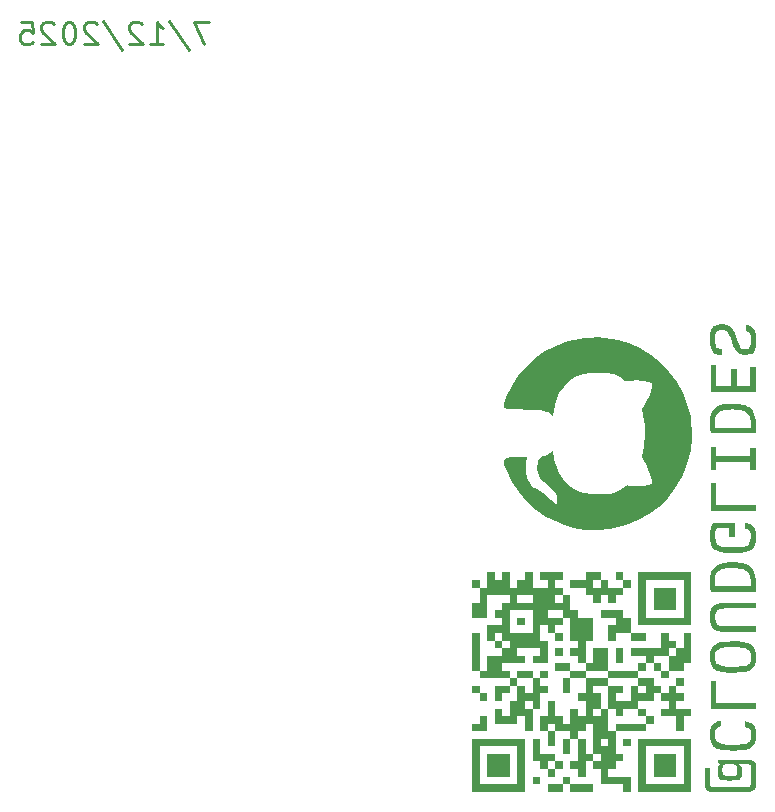
<source format=gbr>
%TF.GenerationSoftware,KiCad,Pcbnew,9.0.5*%
%TF.CreationDate,2025-12-10T21:52:02+05:30*%
%TF.ProjectId,macropad,6d616372-6f70-4616-942e-6b696361645f,rev?*%
%TF.SameCoordinates,Original*%
%TF.FileFunction,Legend,Bot*%
%TF.FilePolarity,Positive*%
%FSLAX46Y46*%
G04 Gerber Fmt 4.6, Leading zero omitted, Abs format (unit mm)*
G04 Created by KiCad (PCBNEW 9.0.5) date 2025-12-10 21:52:02*
%MOMM*%
%LPD*%
G01*
G04 APERTURE LIST*
%ADD10C,0.100000*%
%ADD11C,0.237500*%
%ADD12C,0.000000*%
G04 APERTURE END LIST*
D10*
G36*
X249153543Y-117342692D02*
G01*
X249405612Y-117373654D01*
X249525528Y-117406292D01*
X249621927Y-117451108D01*
X249685668Y-117498619D01*
X249736003Y-117556387D01*
X249800576Y-117702438D01*
X249829556Y-117928651D01*
X249830990Y-118011332D01*
X249830990Y-119153656D01*
X249822291Y-119411863D01*
X249792654Y-119618096D01*
X249759107Y-119728261D01*
X249712644Y-119819813D01*
X249661510Y-119884537D01*
X249598867Y-119937780D01*
X249435870Y-120013574D01*
X249182672Y-120058808D01*
X248828862Y-120072009D01*
X246392540Y-120072009D01*
X246109500Y-120062832D01*
X245889255Y-120029854D01*
X245785362Y-119995720D01*
X245699515Y-119948639D01*
X245639424Y-119896973D01*
X245590434Y-119833592D01*
X245521658Y-119666038D01*
X245483771Y-119399402D01*
X245477362Y-119164891D01*
X245477362Y-118039420D01*
X245891842Y-118039420D01*
X245891842Y-119176127D01*
X245900853Y-119363822D01*
X245932670Y-119497789D01*
X245965017Y-119555085D01*
X246009254Y-119598473D01*
X246129781Y-119648582D01*
X246403775Y-119669009D01*
X248839853Y-119669009D01*
X249078865Y-119658838D01*
X249242392Y-119618908D01*
X249298639Y-119584434D01*
X249341587Y-119537910D01*
X249391811Y-119411195D01*
X249410893Y-119159274D01*
X249410893Y-118011332D01*
X249401894Y-117899830D01*
X249370165Y-117816690D01*
X249334784Y-117776734D01*
X249285419Y-117745808D01*
X249126862Y-117705753D01*
X248823244Y-117692107D01*
X248404368Y-117692107D01*
X248404368Y-117737048D01*
X248533286Y-117861337D01*
X248599487Y-117954668D01*
X248623877Y-118063753D01*
X248627362Y-118235303D01*
X248625366Y-118487782D01*
X248611394Y-118686595D01*
X248573472Y-118837906D01*
X248499623Y-118947882D01*
X248377871Y-119022686D01*
X248196243Y-119068484D01*
X247942760Y-119091442D01*
X247605450Y-119097725D01*
X247203717Y-119087965D01*
X246923358Y-119050915D01*
X246820866Y-119018087D01*
X246740998Y-118973796D01*
X246689312Y-118926609D01*
X246649936Y-118869369D01*
X246600287Y-118714879D01*
X246579740Y-118442788D01*
X246578408Y-118212833D01*
X246579196Y-118162519D01*
X246970418Y-118162519D01*
X246980257Y-118435754D01*
X247003623Y-118532325D01*
X247049125Y-118605606D01*
X247124143Y-118658153D01*
X247236055Y-118692522D01*
X247392240Y-118711269D01*
X247600076Y-118716950D01*
X247848568Y-118708362D01*
X248021984Y-118679505D01*
X248097449Y-118649551D01*
X248152621Y-118609012D01*
X248209952Y-118509159D01*
X248233210Y-118339952D01*
X248235352Y-118162519D01*
X248225250Y-117903553D01*
X248201259Y-117823938D01*
X248154538Y-117770570D01*
X248077512Y-117738199D01*
X247962605Y-117721576D01*
X247588841Y-117714577D01*
X247231315Y-117721576D01*
X247121400Y-117738199D01*
X247047721Y-117770570D01*
X247003030Y-117823938D01*
X246980081Y-117903553D01*
X246970418Y-118162519D01*
X246579196Y-118162519D01*
X246581732Y-118000517D01*
X246605000Y-117879014D01*
X246668156Y-117802665D01*
X246791144Y-117725812D01*
X246791144Y-117686489D01*
X246614617Y-117615812D01*
X246592552Y-117591246D01*
X246589399Y-117557773D01*
X246589399Y-117339420D01*
X248565568Y-117333803D01*
X248823244Y-117333803D01*
X249153543Y-117342692D01*
G37*
G36*
X245907473Y-115197655D02*
G01*
X245915677Y-114966234D01*
X245941838Y-114763016D01*
X245976782Y-114621568D01*
X246025567Y-114496588D01*
X246080513Y-114400332D01*
X246147709Y-114315940D01*
X246311583Y-114187216D01*
X246532962Y-114096008D01*
X246860020Y-114038478D01*
X246860020Y-114514508D01*
X246708400Y-114549774D01*
X246584958Y-114598124D01*
X246506993Y-114646505D01*
X246443864Y-114705615D01*
X246362873Y-114847292D01*
X246321643Y-115051781D01*
X246316092Y-115192037D01*
X246324262Y-115361335D01*
X246350189Y-115509295D01*
X246385262Y-115613373D01*
X246434231Y-115705089D01*
X246491615Y-115778133D01*
X246562166Y-115841958D01*
X246747196Y-115944230D01*
X247020451Y-116019584D01*
X247437623Y-116066012D01*
X247874605Y-116076929D01*
X248259353Y-116068633D01*
X248579319Y-116041828D01*
X248776451Y-116008566D01*
X248943097Y-115962551D01*
X249060171Y-115913600D01*
X249158570Y-115854315D01*
X249232306Y-115791374D01*
X249292603Y-115718980D01*
X249375510Y-115546256D01*
X249417355Y-115311340D01*
X249422128Y-115175184D01*
X249412577Y-114995829D01*
X249376981Y-114850881D01*
X249339683Y-114780075D01*
X249287653Y-114718967D01*
X249144149Y-114628176D01*
X248903906Y-114557902D01*
X248850111Y-114547969D01*
X248850111Y-114072184D01*
X249048599Y-114097769D01*
X249220682Y-114137419D01*
X249348124Y-114183162D01*
X249458281Y-114240362D01*
X249544467Y-114302961D01*
X249617783Y-114375934D01*
X249727001Y-114550818D01*
X249797618Y-114784288D01*
X249829786Y-115111872D01*
X249830990Y-115203272D01*
X249822899Y-115431164D01*
X249797519Y-115634078D01*
X249762315Y-115783787D01*
X249713233Y-115917917D01*
X249656898Y-116025101D01*
X249588079Y-116120873D01*
X249419312Y-116273967D01*
X249192818Y-116392414D01*
X248882301Y-116481356D01*
X248444610Y-116539003D01*
X247863614Y-116558332D01*
X247469258Y-116550153D01*
X247127274Y-116524167D01*
X246893574Y-116489880D01*
X246688820Y-116442230D01*
X246535773Y-116390163D01*
X246401862Y-116326925D01*
X246296645Y-116259692D01*
X246205616Y-116182337D01*
X246068421Y-116004122D01*
X245974658Y-115778537D01*
X245920128Y-115480620D01*
X245907473Y-115197655D01*
G37*
G36*
X245980746Y-113016810D02*
G01*
X245980746Y-110687222D01*
X246423314Y-110687222D01*
X246423314Y-112535163D01*
X249784096Y-112535163D01*
X249784096Y-113016810D01*
X245980746Y-113016810D01*
G37*
G36*
X248250424Y-107316003D02*
G01*
X248591867Y-107341616D01*
X248829550Y-107375852D01*
X249037867Y-107423356D01*
X249194338Y-107475422D01*
X249331167Y-107538552D01*
X249438625Y-107605571D01*
X249531488Y-107682542D01*
X249607186Y-107765765D01*
X249670773Y-107858852D01*
X249765148Y-108080107D01*
X249819214Y-108369569D01*
X249830990Y-108629476D01*
X249822896Y-108849280D01*
X249797498Y-109045697D01*
X249762146Y-109191482D01*
X249712810Y-109322496D01*
X249655966Y-109427791D01*
X249586456Y-109522124D01*
X249415196Y-109673911D01*
X249184417Y-109792052D01*
X248867472Y-109880986D01*
X248421345Y-109938352D01*
X247857752Y-109956692D01*
X247472780Y-109948583D01*
X247137609Y-109923088D01*
X246902682Y-109888847D01*
X246696656Y-109841357D01*
X246541419Y-109789194D01*
X246405617Y-109725970D01*
X246298726Y-109658745D01*
X246206332Y-109581559D01*
X246130875Y-109497984D01*
X246067483Y-109404522D01*
X245973266Y-109182133D01*
X245919246Y-108891008D01*
X245907473Y-108629476D01*
X246338562Y-108629476D01*
X246346687Y-108789403D01*
X246372299Y-108929485D01*
X246407386Y-109029697D01*
X246456319Y-109118021D01*
X246514132Y-109188973D01*
X246585171Y-109250885D01*
X246772839Y-109350454D01*
X247051548Y-109423332D01*
X247478863Y-109466756D01*
X247857752Y-109475045D01*
X248241504Y-109466789D01*
X248561246Y-109440260D01*
X248760516Y-109407066D01*
X248928781Y-109361185D01*
X249046798Y-109312421D01*
X249145687Y-109253439D01*
X249219217Y-109191128D01*
X249278977Y-109119575D01*
X249359424Y-108950208D01*
X249397087Y-108721965D01*
X249399658Y-108629476D01*
X249391536Y-108472125D01*
X249365950Y-108334067D01*
X249330796Y-108234864D01*
X249281755Y-108147304D01*
X249223654Y-108076700D01*
X249152233Y-108015008D01*
X248963069Y-107915397D01*
X248681695Y-107842164D01*
X248250215Y-107798208D01*
X247857752Y-107789525D01*
X247479763Y-107797770D01*
X247164817Y-107824222D01*
X246968002Y-107857391D01*
X246801895Y-107903224D01*
X246685339Y-107951975D01*
X246587757Y-108010928D01*
X246515175Y-108073292D01*
X246456281Y-108144900D01*
X246377162Y-108314805D01*
X246340721Y-108544481D01*
X246338562Y-108629476D01*
X245907473Y-108629476D01*
X245915546Y-108411000D01*
X245940790Y-108215804D01*
X245976086Y-108070074D01*
X246025288Y-107939209D01*
X246082053Y-107833872D01*
X246151398Y-107739599D01*
X246322180Y-107588007D01*
X246552043Y-107470284D01*
X246867421Y-107381973D01*
X247311174Y-107325402D01*
X247857752Y-107307878D01*
X248250424Y-107316003D01*
G37*
G36*
X245923105Y-105250132D02*
G01*
X245931268Y-105002664D01*
X245957146Y-104788554D01*
X245991500Y-104641685D01*
X246039249Y-104513521D01*
X246092667Y-104416224D01*
X246157751Y-104331831D01*
X246315590Y-104205038D01*
X246529005Y-104116217D01*
X246829352Y-104061690D01*
X247178025Y-104046259D01*
X249784096Y-104046259D01*
X249784096Y-104527906D01*
X247194877Y-104527906D01*
X246971540Y-104536199D01*
X246789092Y-104562988D01*
X246679458Y-104596002D01*
X246588650Y-104641602D01*
X246524397Y-104691946D01*
X246472343Y-104753229D01*
X246401982Y-104909568D01*
X246367907Y-105144743D01*
X246365429Y-105250132D01*
X246373713Y-105444439D01*
X246400444Y-105606048D01*
X246434109Y-105706803D01*
X246480796Y-105791634D01*
X246533593Y-105853903D01*
X246598183Y-105905270D01*
X246767096Y-105978304D01*
X247024606Y-106017676D01*
X247200495Y-106022916D01*
X249784096Y-106022916D01*
X249784096Y-106504563D01*
X247172407Y-106504563D01*
X246916771Y-106496425D01*
X246695557Y-106470720D01*
X246542853Y-106436443D01*
X246409661Y-106388854D01*
X246308616Y-106335703D01*
X246220991Y-106271032D01*
X246089813Y-106115290D01*
X245998032Y-105906815D01*
X245940979Y-105616311D01*
X245923105Y-105250132D01*
G37*
G36*
X248167258Y-100630318D02*
G01*
X248472517Y-100655753D01*
X248691445Y-100690373D01*
X248885736Y-100738486D01*
X249036336Y-100792239D01*
X249170192Y-100857581D01*
X249279551Y-100928592D01*
X249376236Y-101010441D01*
X249531196Y-101203131D01*
X249649516Y-101451375D01*
X249737068Y-101783330D01*
X249778478Y-102072533D01*
X249800062Y-102672600D01*
X249777257Y-103130837D01*
X245970000Y-103130837D01*
X245937210Y-102759191D01*
X245923105Y-102358053D01*
X245925497Y-102229159D01*
X246344399Y-102229159D01*
X246354275Y-102485533D01*
X246365429Y-102649434D01*
X249380851Y-102649434D01*
X249380484Y-102406540D01*
X249359818Y-102133993D01*
X249352763Y-102078150D01*
X249317143Y-101871125D01*
X249266940Y-101693565D01*
X249215868Y-101574506D01*
X249152777Y-101471246D01*
X249085156Y-101391669D01*
X249005852Y-101323325D01*
X248811150Y-101218892D01*
X248538880Y-101147167D01*
X248135288Y-101108537D01*
X247881444Y-101103866D01*
X247550575Y-101111853D01*
X247269375Y-101136498D01*
X247073852Y-101169713D01*
X246906852Y-101215292D01*
X246783337Y-101265346D01*
X246678405Y-101325517D01*
X246596877Y-101390342D01*
X246528944Y-101464384D01*
X246429801Y-101640711D01*
X246368688Y-101877437D01*
X246354193Y-101999748D01*
X246344399Y-102229159D01*
X245925497Y-102229159D01*
X245928732Y-102054831D01*
X245952229Y-101786341D01*
X245985599Y-101593533D01*
X246032926Y-101421335D01*
X246086498Y-101287036D01*
X246152184Y-101167144D01*
X246224466Y-101068360D01*
X246308278Y-100980926D01*
X246508891Y-100840155D01*
X246771622Y-100734267D01*
X247126076Y-100661089D01*
X247621135Y-100624678D01*
X247819895Y-100622219D01*
X248167258Y-100630318D01*
G37*
G36*
X245907473Y-98396434D02*
G01*
X245916021Y-98153833D01*
X245944590Y-97933793D01*
X245984015Y-97766200D01*
X246040696Y-97595124D01*
X246176140Y-97287815D01*
X248006741Y-97287815D01*
X248006741Y-98491688D01*
X247564417Y-98491688D01*
X247564417Y-97735757D01*
X246489748Y-97735757D01*
X246426986Y-97882798D01*
X246384801Y-98026421D01*
X246351064Y-98312511D01*
X246349797Y-98396434D01*
X246358173Y-98595349D01*
X246385542Y-98767018D01*
X246420621Y-98879051D01*
X246469740Y-98977342D01*
X246525981Y-99053336D01*
X246595286Y-99119627D01*
X246774550Y-99224000D01*
X247037697Y-99300399D01*
X247439142Y-99347836D01*
X247883398Y-99359727D01*
X248262484Y-99351406D01*
X248576178Y-99324423D01*
X248766825Y-99291223D01*
X248927558Y-99245300D01*
X249040144Y-99196459D01*
X249134579Y-99137283D01*
X249205535Y-99074101D01*
X249263430Y-99001347D01*
X249343448Y-98825616D01*
X249383892Y-98582430D01*
X249388422Y-98441374D01*
X249380194Y-98258288D01*
X249353858Y-98107328D01*
X249320533Y-98013210D01*
X249274450Y-97934792D01*
X249221949Y-97877402D01*
X249157796Y-97830768D01*
X248986875Y-97765570D01*
X248882840Y-97746992D01*
X248882840Y-97282198D01*
X249076406Y-97307122D01*
X249244683Y-97346948D01*
X249365914Y-97392353D01*
X249471334Y-97449912D01*
X249553552Y-97513068D01*
X249623979Y-97587484D01*
X249729912Y-97768679D01*
X249799172Y-98015661D01*
X249830166Y-98367426D01*
X249830990Y-98446992D01*
X249822870Y-98685289D01*
X249797294Y-98897062D01*
X249762113Y-99051479D01*
X249713027Y-99189698D01*
X249656989Y-99299402D01*
X249588505Y-99397379D01*
X249511204Y-99480110D01*
X249421416Y-99553102D01*
X249198260Y-99673060D01*
X248893569Y-99762980D01*
X248465550Y-99821391D01*
X247889016Y-99841374D01*
X247503255Y-99833241D01*
X247167091Y-99807571D01*
X246932498Y-99773226D01*
X246726267Y-99725529D01*
X246570496Y-99673091D01*
X246433731Y-99609445D01*
X246325449Y-99541576D01*
X246231346Y-99463539D01*
X246153814Y-99378756D01*
X246088092Y-99283803D01*
X245988216Y-99057108D01*
X245926884Y-98759497D01*
X245907473Y-98396434D01*
G37*
G36*
X245980746Y-96232442D02*
G01*
X245980746Y-93902854D01*
X246423314Y-93902854D01*
X246423314Y-95750795D01*
X249784096Y-95750795D01*
X249784096Y-96232442D01*
X245980746Y-96232442D01*
G37*
G36*
X245970000Y-92802784D02*
G01*
X245970000Y-90893049D01*
X246412323Y-90893049D01*
X246412323Y-91604284D01*
X249341528Y-91604284D01*
X249341528Y-90926755D01*
X249784096Y-90926755D01*
X249784096Y-92763461D01*
X249341528Y-92763461D01*
X249341528Y-92085931D01*
X246412323Y-92085931D01*
X246412323Y-92802784D01*
X245970000Y-92802784D01*
G37*
G36*
X248167258Y-87202824D02*
G01*
X248472517Y-87228258D01*
X248691445Y-87262879D01*
X248885736Y-87310991D01*
X249036336Y-87364744D01*
X249170192Y-87430087D01*
X249279551Y-87501097D01*
X249376236Y-87582946D01*
X249531196Y-87775636D01*
X249649516Y-88023880D01*
X249737068Y-88355835D01*
X249778478Y-88645038D01*
X249800062Y-89245105D01*
X249777257Y-89703342D01*
X245970000Y-89703342D01*
X245937210Y-89331696D01*
X245923105Y-88930558D01*
X245925497Y-88801664D01*
X246344399Y-88801664D01*
X246354275Y-89058038D01*
X246365429Y-89221939D01*
X249380851Y-89221939D01*
X249380484Y-88979045D01*
X249359818Y-88706499D01*
X249352763Y-88650655D01*
X249317143Y-88443630D01*
X249266940Y-88266070D01*
X249215868Y-88147011D01*
X249152777Y-88043752D01*
X249085156Y-87964174D01*
X249005852Y-87895831D01*
X248811150Y-87791398D01*
X248538880Y-87719673D01*
X248135288Y-87681043D01*
X247881444Y-87676371D01*
X247550575Y-87684358D01*
X247269375Y-87709004D01*
X247073852Y-87742218D01*
X246906852Y-87787797D01*
X246783337Y-87837851D01*
X246678405Y-87898023D01*
X246596877Y-87962847D01*
X246528944Y-88036889D01*
X246429801Y-88213216D01*
X246368688Y-88449942D01*
X246354193Y-88572254D01*
X246344399Y-88801664D01*
X245925497Y-88801664D01*
X245928732Y-88627336D01*
X245952229Y-88358846D01*
X245985599Y-88166038D01*
X246032926Y-87993841D01*
X246086498Y-87859541D01*
X246152184Y-87739649D01*
X246224466Y-87640865D01*
X246308278Y-87553431D01*
X246508891Y-87412660D01*
X246771622Y-87306772D01*
X247126076Y-87233594D01*
X247621135Y-87197183D01*
X247819895Y-87194724D01*
X248167258Y-87202824D01*
G37*
G36*
X245970000Y-86173056D02*
G01*
X245970000Y-83949713D01*
X246406706Y-83949713D01*
X246406706Y-85691409D01*
X247737096Y-85691409D01*
X247737096Y-84274556D01*
X248174047Y-84274556D01*
X248174047Y-85691409D01*
X249347145Y-85691409D01*
X249347145Y-84061821D01*
X249784096Y-84061821D01*
X249784096Y-86173056D01*
X245970000Y-86173056D01*
G37*
G36*
X245923105Y-81774487D02*
G01*
X245931302Y-81469932D01*
X245957422Y-81213519D01*
X245990893Y-81047852D01*
X246037194Y-80906742D01*
X246087510Y-80804771D01*
X246148506Y-80718539D01*
X246215150Y-80651819D01*
X246292021Y-80597048D01*
X246482061Y-80519349D01*
X246749277Y-80479616D01*
X246899344Y-80475359D01*
X247104575Y-80483599D01*
X247282781Y-80510016D01*
X247406301Y-80545230D01*
X247517048Y-80594505D01*
X247608587Y-80652903D01*
X247692233Y-80725032D01*
X247843822Y-80918512D01*
X247994643Y-81216397D01*
X248118604Y-81544898D01*
X248281292Y-81992659D01*
X248428115Y-82297682D01*
X248499093Y-82398948D01*
X248574308Y-82475340D01*
X248643438Y-82522476D01*
X248718992Y-82554806D01*
X248910928Y-82580976D01*
X249034677Y-82572657D01*
X249138366Y-82545681D01*
X249204418Y-82510883D01*
X249260098Y-82462263D01*
X249338893Y-82327781D01*
X249388856Y-82107617D01*
X249405275Y-81785722D01*
X249396599Y-81545751D01*
X249367127Y-81359915D01*
X249334422Y-81265251D01*
X249289365Y-81188986D01*
X249239554Y-81136699D01*
X249178618Y-81095672D01*
X249013443Y-81041761D01*
X248927780Y-81029790D01*
X248927780Y-80548143D01*
X249125896Y-80567352D01*
X249294936Y-80603200D01*
X249406930Y-80644036D01*
X249503575Y-80697680D01*
X249577379Y-80757185D01*
X249640360Y-80828694D01*
X249735781Y-81009671D01*
X249799575Y-81271605D01*
X249829741Y-81672563D01*
X249830990Y-81796957D01*
X249822721Y-82098171D01*
X249796097Y-82351046D01*
X249762538Y-82510632D01*
X249716036Y-82646387D01*
X249665686Y-82743745D01*
X249604543Y-82825846D01*
X249537579Y-82889090D01*
X249460180Y-82940604D01*
X249267438Y-83012163D01*
X248994195Y-83044535D01*
X248916545Y-83045771D01*
X248730741Y-83037511D01*
X248568689Y-83010956D01*
X248455756Y-82975436D01*
X248354062Y-82925623D01*
X248190738Y-82791804D01*
X248046602Y-82589352D01*
X247900623Y-82271327D01*
X247792784Y-81959378D01*
X247673745Y-81614503D01*
X247557787Y-81351687D01*
X247482190Y-81224401D01*
X247401694Y-81123746D01*
X247328410Y-81058018D01*
X247248575Y-81008229D01*
X247069790Y-80952093D01*
X246904961Y-80940153D01*
X246766301Y-80948219D01*
X246651330Y-80973421D01*
X246575262Y-81006848D01*
X246512091Y-81052919D01*
X246425301Y-81175412D01*
X246370911Y-81365889D01*
X246348523Y-81683121D01*
X246348576Y-81763251D01*
X246359206Y-81998689D01*
X246388905Y-82185547D01*
X246422697Y-82289368D01*
X246468814Y-82374441D01*
X246519753Y-82434432D01*
X246581776Y-82482942D01*
X246745891Y-82551246D01*
X246961137Y-82586594D01*
X246961137Y-83073614D01*
X246743687Y-83065413D01*
X246556628Y-83039265D01*
X246430458Y-83004878D01*
X246320741Y-82957036D01*
X246237086Y-82902938D01*
X246164841Y-82836819D01*
X246054831Y-82671318D01*
X245977571Y-82437279D01*
X245932231Y-82091134D01*
X245923105Y-81774487D01*
G37*
D11*
X203502321Y-54865126D02*
X202235654Y-54865126D01*
X202235654Y-54865126D02*
X203049940Y-56765126D01*
X200154702Y-54774650D02*
X201783273Y-57217507D01*
X198526130Y-56765126D02*
X199611845Y-56765126D01*
X199068988Y-56765126D02*
X199068988Y-54865126D01*
X199068988Y-54865126D02*
X199249940Y-55136554D01*
X199249940Y-55136554D02*
X199430892Y-55317507D01*
X199430892Y-55317507D02*
X199611845Y-55407983D01*
X197802321Y-55046078D02*
X197711845Y-54955602D01*
X197711845Y-54955602D02*
X197530892Y-54865126D01*
X197530892Y-54865126D02*
X197078511Y-54865126D01*
X197078511Y-54865126D02*
X196897559Y-54955602D01*
X196897559Y-54955602D02*
X196807083Y-55046078D01*
X196807083Y-55046078D02*
X196716606Y-55227030D01*
X196716606Y-55227030D02*
X196716606Y-55407983D01*
X196716606Y-55407983D02*
X196807083Y-55679411D01*
X196807083Y-55679411D02*
X197892797Y-56765126D01*
X197892797Y-56765126D02*
X196716606Y-56765126D01*
X194545178Y-54774650D02*
X196173749Y-57217507D01*
X194002321Y-55046078D02*
X193911845Y-54955602D01*
X193911845Y-54955602D02*
X193730892Y-54865126D01*
X193730892Y-54865126D02*
X193278511Y-54865126D01*
X193278511Y-54865126D02*
X193097559Y-54955602D01*
X193097559Y-54955602D02*
X193007083Y-55046078D01*
X193007083Y-55046078D02*
X192916606Y-55227030D01*
X192916606Y-55227030D02*
X192916606Y-55407983D01*
X192916606Y-55407983D02*
X193007083Y-55679411D01*
X193007083Y-55679411D02*
X194092797Y-56765126D01*
X194092797Y-56765126D02*
X192916606Y-56765126D01*
X191740416Y-54865126D02*
X191559463Y-54865126D01*
X191559463Y-54865126D02*
X191378511Y-54955602D01*
X191378511Y-54955602D02*
X191288035Y-55046078D01*
X191288035Y-55046078D02*
X191197559Y-55227030D01*
X191197559Y-55227030D02*
X191107082Y-55588935D01*
X191107082Y-55588935D02*
X191107082Y-56041316D01*
X191107082Y-56041316D02*
X191197559Y-56403221D01*
X191197559Y-56403221D02*
X191288035Y-56584173D01*
X191288035Y-56584173D02*
X191378511Y-56674650D01*
X191378511Y-56674650D02*
X191559463Y-56765126D01*
X191559463Y-56765126D02*
X191740416Y-56765126D01*
X191740416Y-56765126D02*
X191921368Y-56674650D01*
X191921368Y-56674650D02*
X192011844Y-56584173D01*
X192011844Y-56584173D02*
X192102321Y-56403221D01*
X192102321Y-56403221D02*
X192192797Y-56041316D01*
X192192797Y-56041316D02*
X192192797Y-55588935D01*
X192192797Y-55588935D02*
X192102321Y-55227030D01*
X192102321Y-55227030D02*
X192011844Y-55046078D01*
X192011844Y-55046078D02*
X191921368Y-54955602D01*
X191921368Y-54955602D02*
X191740416Y-54865126D01*
X190383273Y-55046078D02*
X190292797Y-54955602D01*
X190292797Y-54955602D02*
X190111844Y-54865126D01*
X190111844Y-54865126D02*
X189659463Y-54865126D01*
X189659463Y-54865126D02*
X189478511Y-54955602D01*
X189478511Y-54955602D02*
X189388035Y-55046078D01*
X189388035Y-55046078D02*
X189297558Y-55227030D01*
X189297558Y-55227030D02*
X189297558Y-55407983D01*
X189297558Y-55407983D02*
X189388035Y-55679411D01*
X189388035Y-55679411D02*
X190473749Y-56765126D01*
X190473749Y-56765126D02*
X189297558Y-56765126D01*
X187578511Y-54865126D02*
X188483273Y-54865126D01*
X188483273Y-54865126D02*
X188573749Y-55769888D01*
X188573749Y-55769888D02*
X188483273Y-55679411D01*
X188483273Y-55679411D02*
X188302320Y-55588935D01*
X188302320Y-55588935D02*
X187849939Y-55588935D01*
X187849939Y-55588935D02*
X187668987Y-55679411D01*
X187668987Y-55679411D02*
X187578511Y-55769888D01*
X187578511Y-55769888D02*
X187488034Y-55950840D01*
X187488034Y-55950840D02*
X187488034Y-56403221D01*
X187488034Y-56403221D02*
X187578511Y-56584173D01*
X187578511Y-56584173D02*
X187668987Y-56674650D01*
X187668987Y-56674650D02*
X187849939Y-56765126D01*
X187849939Y-56765126D02*
X188302320Y-56765126D01*
X188302320Y-56765126D02*
X188483273Y-56674650D01*
X188483273Y-56674650D02*
X188573749Y-56584173D01*
D12*
%TO.C,G\u002A\u002A\u002A*%
G36*
X226420000Y-102440000D02*
G01*
X226420000Y-102760000D01*
X226100000Y-102760000D01*
X225780000Y-102760000D01*
X225780000Y-102440000D01*
X225780000Y-102120000D01*
X226100000Y-102120000D01*
X226420000Y-102120000D01*
X226420000Y-102440000D01*
G37*
G36*
X226420000Y-108200000D02*
G01*
X226420000Y-109800000D01*
X226100000Y-109800000D01*
X225780000Y-109800000D01*
X225780000Y-108200000D01*
X225780000Y-106600000D01*
X226100000Y-106600000D01*
X226420000Y-106600000D01*
X226420000Y-108200000D01*
G37*
G36*
X226420000Y-111400000D02*
G01*
X226420000Y-111720000D01*
X226100000Y-111720000D01*
X225780000Y-111720000D01*
X225780000Y-111400000D01*
X225780000Y-111080000D01*
X226100000Y-111080000D01*
X226420000Y-111080000D01*
X226420000Y-111400000D01*
G37*
G36*
X227060000Y-112040000D02*
G01*
X227060000Y-112360000D01*
X226740000Y-112360000D01*
X226420000Y-112360000D01*
X226420000Y-112040000D01*
X226420000Y-111720000D01*
X226740000Y-111720000D01*
X227060000Y-111720000D01*
X227060000Y-112040000D01*
G37*
G36*
X228980000Y-117800000D02*
G01*
X228980000Y-118760000D01*
X228020000Y-118760000D01*
X227060000Y-118760000D01*
X227060000Y-117800000D01*
X227060000Y-116840000D01*
X228020000Y-116840000D01*
X228980000Y-116840000D01*
X228980000Y-117800000D01*
G37*
G36*
X230260000Y-105640000D02*
G01*
X230260000Y-105960000D01*
X229940000Y-105960000D01*
X229620000Y-105960000D01*
X229620000Y-105640000D01*
X229620000Y-105320000D01*
X229940000Y-105320000D01*
X230260000Y-105320000D01*
X230260000Y-105640000D01*
G37*
G36*
X231540000Y-119080000D02*
G01*
X231540000Y-119400000D01*
X231220000Y-119400000D01*
X230900000Y-119400000D01*
X230900000Y-119080000D01*
X230900000Y-118760000D01*
X231220000Y-118760000D01*
X231540000Y-118760000D01*
X231540000Y-119080000D01*
G37*
G36*
X233460000Y-108200000D02*
G01*
X233460000Y-108520000D01*
X233140000Y-108520000D01*
X232820000Y-108520000D01*
X232820000Y-108200000D01*
X232820000Y-107880000D01*
X233140000Y-107880000D01*
X233460000Y-107880000D01*
X233460000Y-108200000D01*
G37*
G36*
X234100000Y-109480000D02*
G01*
X234100000Y-109800000D01*
X233460000Y-109800000D01*
X232820000Y-109800000D01*
X232820000Y-109480000D01*
X232820000Y-109160000D01*
X233460000Y-109160000D01*
X234100000Y-109160000D01*
X234100000Y-109480000D01*
G37*
G36*
X236020000Y-119720000D02*
G01*
X236020000Y-120040000D01*
X235060000Y-120040000D01*
X234100000Y-120040000D01*
X234100000Y-119720000D01*
X234100000Y-119400000D01*
X235060000Y-119400000D01*
X236020000Y-119400000D01*
X236020000Y-119720000D01*
G37*
G36*
X238580000Y-101800000D02*
G01*
X238580000Y-102120000D01*
X238260000Y-102120000D01*
X237940000Y-102120000D01*
X237940000Y-101800000D01*
X237940000Y-101480000D01*
X238260000Y-101480000D01*
X238580000Y-101480000D01*
X238580000Y-101800000D01*
G37*
G36*
X238580000Y-108520000D02*
G01*
X238580000Y-109160000D01*
X238260000Y-109160000D01*
X237940000Y-109160000D01*
X237940000Y-108520000D01*
X237940000Y-107880000D01*
X238260000Y-107880000D01*
X238580000Y-107880000D01*
X238580000Y-108520000D01*
G37*
G36*
X239220000Y-115880000D02*
G01*
X239220000Y-116200000D01*
X238900000Y-116200000D01*
X238580000Y-116200000D01*
X238580000Y-115880000D01*
X238580000Y-115560000D01*
X238900000Y-115560000D01*
X239220000Y-115560000D01*
X239220000Y-115880000D01*
G37*
G36*
X240500000Y-106920000D02*
G01*
X240500000Y-107240000D01*
X239860000Y-107240000D01*
X239220000Y-107240000D01*
X239220000Y-106920000D01*
X239220000Y-106600000D01*
X239860000Y-106600000D01*
X240500000Y-106600000D01*
X240500000Y-106920000D01*
G37*
G36*
X243060000Y-103720000D02*
G01*
X243060000Y-104680000D01*
X242100000Y-104680000D01*
X241140000Y-104680000D01*
X241140000Y-103720000D01*
X241140000Y-102760000D01*
X242100000Y-102760000D01*
X243060000Y-102760000D01*
X243060000Y-103720000D01*
G37*
G36*
X243060000Y-117800000D02*
G01*
X243060000Y-118760000D01*
X242100000Y-118760000D01*
X241140000Y-118760000D01*
X241140000Y-117800000D01*
X241140000Y-116840000D01*
X242100000Y-116840000D01*
X243060000Y-116840000D01*
X243060000Y-117800000D01*
G37*
G36*
X227060000Y-114280000D02*
G01*
X227060000Y-114920000D01*
X226420000Y-114920000D01*
X225780000Y-114920000D01*
X225780000Y-114600000D01*
X225780000Y-114280000D01*
X226100000Y-114280000D01*
X226420000Y-114280000D01*
X226420000Y-113960000D01*
X226420000Y-113640000D01*
X226740000Y-113640000D01*
X227060000Y-113640000D01*
X227060000Y-114280000D01*
G37*
G36*
X234100000Y-119080000D02*
G01*
X234100000Y-119400000D01*
X233780000Y-119400000D01*
X233460000Y-119400000D01*
X233460000Y-119720000D01*
X233460000Y-120040000D01*
X232820000Y-120040000D01*
X232180000Y-120040000D01*
X232180000Y-119720000D01*
X232180000Y-119400000D01*
X232820000Y-119400000D01*
X233460000Y-119400000D01*
X233460000Y-119080000D01*
X233460000Y-118760000D01*
X233780000Y-118760000D01*
X234100000Y-118760000D01*
X234100000Y-119080000D01*
G37*
G36*
X230260000Y-117800000D02*
G01*
X230260000Y-120040000D01*
X228020000Y-120040000D01*
X225780000Y-120040000D01*
X225780000Y-117800000D01*
X226420000Y-117800000D01*
X226420000Y-119400000D01*
X228020000Y-119400000D01*
X229620000Y-119400000D01*
X229620000Y-117800000D01*
X229620000Y-116200000D01*
X228020000Y-116200000D01*
X226420000Y-116200000D01*
X226420000Y-117800000D01*
X225780000Y-117800000D01*
X225780000Y-115560000D01*
X228020000Y-115560000D01*
X230260000Y-115560000D01*
X230260000Y-117800000D01*
G37*
G36*
X244340000Y-103720000D02*
G01*
X244340000Y-105960000D01*
X242100000Y-105960000D01*
X239860000Y-105960000D01*
X239860000Y-103720000D01*
X240500000Y-103720000D01*
X240500000Y-105320000D01*
X242100000Y-105320000D01*
X243700000Y-105320000D01*
X243700000Y-103720000D01*
X243700000Y-102120000D01*
X242100000Y-102120000D01*
X240500000Y-102120000D01*
X240500000Y-103720000D01*
X239860000Y-103720000D01*
X239860000Y-101480000D01*
X242100000Y-101480000D01*
X244340000Y-101480000D01*
X244340000Y-103720000D01*
G37*
G36*
X244340000Y-117800000D02*
G01*
X244340000Y-120040000D01*
X242100000Y-120040000D01*
X239860000Y-120040000D01*
X239860000Y-117800000D01*
X240500000Y-117800000D01*
X240500000Y-119400000D01*
X242100000Y-119400000D01*
X243700000Y-119400000D01*
X243700000Y-117800000D01*
X243700000Y-116200000D01*
X242100000Y-116200000D01*
X240500000Y-116200000D01*
X240500000Y-117800000D01*
X239860000Y-117800000D01*
X239860000Y-115560000D01*
X242100000Y-115560000D01*
X244340000Y-115560000D01*
X244340000Y-117800000D01*
G37*
G36*
X238580000Y-105000000D02*
G01*
X238580000Y-105320000D01*
X238900000Y-105320000D01*
X239220000Y-105320000D01*
X239220000Y-105960000D01*
X239220000Y-106600000D01*
X238580000Y-106600000D01*
X237940000Y-106600000D01*
X237940000Y-106920000D01*
X237940000Y-107240000D01*
X237620000Y-107240000D01*
X237300000Y-107240000D01*
X237300000Y-106600000D01*
X237300000Y-105960000D01*
X237620000Y-105960000D01*
X237940000Y-105960000D01*
X237940000Y-105640000D01*
X237940000Y-105320000D01*
X237300000Y-105320000D01*
X236660000Y-105320000D01*
X236660000Y-105000000D01*
X236660000Y-104680000D01*
X237620000Y-104680000D01*
X238580000Y-104680000D01*
X238580000Y-105000000D01*
G37*
G36*
X244340000Y-107880000D02*
G01*
X244340000Y-109160000D01*
X244020000Y-109160000D01*
X243700000Y-109160000D01*
X243700000Y-109480000D01*
X243700000Y-109800000D01*
X243060000Y-109800000D01*
X242420000Y-109800000D01*
X242420000Y-110120000D01*
X242420000Y-110440000D01*
X242100000Y-110440000D01*
X241780000Y-110440000D01*
X241780000Y-110120000D01*
X241780000Y-109800000D01*
X242100000Y-109800000D01*
X242420000Y-109800000D01*
X242420000Y-109160000D01*
X242420000Y-108520000D01*
X242740000Y-108520000D01*
X243060000Y-108520000D01*
X243060000Y-108200000D01*
X243060000Y-107880000D01*
X243380000Y-107880000D01*
X243700000Y-107880000D01*
X243700000Y-107240000D01*
X243700000Y-106600000D01*
X244020000Y-106600000D01*
X244340000Y-106600000D01*
X244340000Y-107880000D01*
G37*
G36*
X231540000Y-116200000D02*
G01*
X231540000Y-116840000D01*
X232180000Y-116840000D01*
X232820000Y-116840000D01*
X232820000Y-117160000D01*
X232820000Y-117480000D01*
X232500000Y-117480000D01*
X232180000Y-117480000D01*
X232180000Y-117800000D01*
X232180000Y-118120000D01*
X232500000Y-118120000D01*
X232820000Y-118120000D01*
X232820000Y-117800000D01*
X232820000Y-117480000D01*
X233140000Y-117480000D01*
X233460000Y-117480000D01*
X233460000Y-117800000D01*
X233460000Y-118120000D01*
X233140000Y-118120000D01*
X232820000Y-118120000D01*
X232820000Y-118440000D01*
X232820000Y-118760000D01*
X232500000Y-118760000D01*
X232180000Y-118760000D01*
X232180000Y-118440000D01*
X232180000Y-118120000D01*
X231860000Y-118120000D01*
X231540000Y-118120000D01*
X231540000Y-117800000D01*
X231540000Y-117480000D01*
X231220000Y-117480000D01*
X230900000Y-117480000D01*
X230900000Y-116520000D01*
X230900000Y-115560000D01*
X231220000Y-115560000D01*
X231540000Y-115560000D01*
X231540000Y-116200000D01*
G37*
G36*
X243700000Y-110760000D02*
G01*
X243700000Y-111080000D01*
X243380000Y-111080000D01*
X243060000Y-111080000D01*
X243060000Y-111400000D01*
X243060000Y-111720000D01*
X243380000Y-111720000D01*
X243700000Y-111720000D01*
X243700000Y-112040000D01*
X243700000Y-112360000D01*
X243380000Y-112360000D01*
X243060000Y-112360000D01*
X243060000Y-112680000D01*
X243060000Y-113000000D01*
X243700000Y-113000000D01*
X244340000Y-113000000D01*
X244340000Y-113320000D01*
X244340000Y-113640000D01*
X244020000Y-113640000D01*
X243700000Y-113640000D01*
X243700000Y-114280000D01*
X243700000Y-114920000D01*
X243380000Y-114920000D01*
X243060000Y-114920000D01*
X243060000Y-114280000D01*
X243060000Y-113640000D01*
X242420000Y-113640000D01*
X241780000Y-113640000D01*
X241780000Y-113320000D01*
X241780000Y-113000000D01*
X242100000Y-113000000D01*
X242420000Y-113000000D01*
X242420000Y-112680000D01*
X242420000Y-112360000D01*
X242100000Y-112360000D01*
X241780000Y-112360000D01*
X241780000Y-112040000D01*
X241780000Y-111720000D01*
X242100000Y-111720000D01*
X242420000Y-111720000D01*
X242420000Y-111400000D01*
X242420000Y-111080000D01*
X242740000Y-111080000D01*
X243060000Y-111080000D01*
X243060000Y-110760000D01*
X243060000Y-110440000D01*
X243380000Y-110440000D01*
X243700000Y-110440000D01*
X243700000Y-110760000D01*
G37*
G36*
X236660000Y-101800000D02*
G01*
X236660000Y-102120000D01*
X236340000Y-102120000D01*
X236020000Y-102120000D01*
X236020000Y-102440000D01*
X236020000Y-102760000D01*
X236340000Y-102760000D01*
X236660000Y-102760000D01*
X236660000Y-102440000D01*
X236660000Y-102120000D01*
X236980000Y-102120000D01*
X237300000Y-102120000D01*
X237300000Y-102440000D01*
X237300000Y-102760000D01*
X237940000Y-102760000D01*
X238580000Y-102760000D01*
X238580000Y-102440000D01*
X238580000Y-102120000D01*
X238900000Y-102120000D01*
X239220000Y-102120000D01*
X239220000Y-102440000D01*
X239220000Y-102760000D01*
X238900000Y-102760000D01*
X238580000Y-102760000D01*
X238580000Y-103080000D01*
X238580000Y-103400000D01*
X238260000Y-103400000D01*
X237940000Y-103400000D01*
X237940000Y-103720000D01*
X237940000Y-104040000D01*
X237620000Y-104040000D01*
X237300000Y-104040000D01*
X237300000Y-103720000D01*
X237300000Y-103400000D01*
X236980000Y-103400000D01*
X236660000Y-103400000D01*
X236660000Y-103720000D01*
X236660000Y-104040000D01*
X236340000Y-104040000D01*
X236020000Y-104040000D01*
X236020000Y-103720000D01*
X236020000Y-103400000D01*
X235700000Y-103400000D01*
X235380000Y-103400000D01*
X235380000Y-103080000D01*
X235380000Y-102760000D01*
X234740000Y-102760000D01*
X234100000Y-102760000D01*
X234100000Y-102440000D01*
X234100000Y-102120000D01*
X234740000Y-102120000D01*
X235380000Y-102120000D01*
X235380000Y-101800000D01*
X235380000Y-101480000D01*
X236020000Y-101480000D01*
X236660000Y-101480000D01*
X236660000Y-101800000D01*
G37*
G36*
X232180000Y-110120000D02*
G01*
X232180000Y-110440000D01*
X231860000Y-110440000D01*
X231540000Y-110440000D01*
X231540000Y-110760000D01*
X231540000Y-111080000D01*
X231860000Y-111080000D01*
X232180000Y-111080000D01*
X232180000Y-111400000D01*
X232180000Y-111720000D01*
X231860000Y-111720000D01*
X231540000Y-111720000D01*
X231540000Y-112360000D01*
X231540000Y-113000000D01*
X231220000Y-113000000D01*
X230900000Y-113000000D01*
X230900000Y-113960000D01*
X230900000Y-114920000D01*
X230580000Y-114920000D01*
X230260000Y-114920000D01*
X230260000Y-114280000D01*
X230260000Y-113640000D01*
X229940000Y-113640000D01*
X229620000Y-113640000D01*
X229620000Y-113960000D01*
X229620000Y-114280000D01*
X228660000Y-114280000D01*
X227700000Y-114280000D01*
X227700000Y-113640000D01*
X227700000Y-113000000D01*
X228020000Y-113000000D01*
X228340000Y-113000000D01*
X228340000Y-113320000D01*
X228340000Y-113640000D01*
X228660000Y-113640000D01*
X228980000Y-113640000D01*
X228980000Y-113000000D01*
X228980000Y-112680000D01*
X230260000Y-112680000D01*
X230260000Y-113000000D01*
X230580000Y-113000000D01*
X230900000Y-113000000D01*
X230900000Y-112680000D01*
X230900000Y-112360000D01*
X230580000Y-112360000D01*
X230260000Y-112360000D01*
X230260000Y-112680000D01*
X228980000Y-112680000D01*
X228980000Y-112360000D01*
X229300000Y-112360000D01*
X229620000Y-112360000D01*
X229620000Y-111720000D01*
X229620000Y-111080000D01*
X229940000Y-111080000D01*
X230260000Y-111080000D01*
X230260000Y-111400000D01*
X230260000Y-111720000D01*
X230580000Y-111720000D01*
X230900000Y-111720000D01*
X230900000Y-111080000D01*
X230900000Y-110440000D01*
X231220000Y-110440000D01*
X231540000Y-110440000D01*
X231540000Y-110120000D01*
X231540000Y-109800000D01*
X231860000Y-109800000D01*
X232180000Y-109800000D01*
X232180000Y-110120000D01*
G37*
G36*
X230900000Y-110120000D02*
G01*
X230900000Y-110440000D01*
X230260000Y-110440000D01*
X229620000Y-110440000D01*
X229620000Y-110760000D01*
X229620000Y-111080000D01*
X229300000Y-111080000D01*
X228980000Y-111080000D01*
X228980000Y-111400000D01*
X228980000Y-111720000D01*
X228660000Y-111720000D01*
X228340000Y-111720000D01*
X228340000Y-112040000D01*
X228340000Y-112360000D01*
X228020000Y-112360000D01*
X227700000Y-112360000D01*
X227700000Y-111720000D01*
X227700000Y-111080000D01*
X228340000Y-111080000D01*
X228980000Y-111080000D01*
X228980000Y-110760000D01*
X228980000Y-110440000D01*
X229300000Y-110440000D01*
X229620000Y-110440000D01*
X229620000Y-110120000D01*
X229620000Y-109800000D01*
X230260000Y-109800000D01*
X230900000Y-109800000D01*
X230900000Y-110120000D01*
G37*
G36*
X227700000Y-101800000D02*
G01*
X227700000Y-102120000D01*
X228020000Y-102120000D01*
X228340000Y-102120000D01*
X228340000Y-101800000D01*
X228340000Y-101480000D01*
X228660000Y-101480000D01*
X228980000Y-101480000D01*
X228980000Y-102120000D01*
X228980000Y-102760000D01*
X229300000Y-102760000D01*
X229620000Y-102760000D01*
X229620000Y-102440000D01*
X229620000Y-102120000D01*
X229940000Y-102120000D01*
X230260000Y-102120000D01*
X230260000Y-101800000D01*
X230260000Y-101480000D01*
X230580000Y-101480000D01*
X230900000Y-101480000D01*
X230900000Y-102120000D01*
X230900000Y-102760000D01*
X231540000Y-102760000D01*
X232180000Y-102760000D01*
X232180000Y-102440000D01*
X232180000Y-102120000D01*
X231860000Y-102120000D01*
X231540000Y-102120000D01*
X231540000Y-101800000D01*
X231540000Y-101480000D01*
X232500000Y-101480000D01*
X233460000Y-101480000D01*
X233460000Y-101800000D01*
X233460000Y-102120000D01*
X233140000Y-102120000D01*
X232820000Y-102120000D01*
X232820000Y-102440000D01*
X232820000Y-102760000D01*
X233140000Y-102760000D01*
X233460000Y-102760000D01*
X233460000Y-103080000D01*
X233460000Y-103400000D01*
X233140000Y-103400000D01*
X232820000Y-103400000D01*
X232820000Y-103720000D01*
X232820000Y-104040000D01*
X233140000Y-104040000D01*
X233460000Y-104040000D01*
X233460000Y-103720000D01*
X233460000Y-103400000D01*
X233780000Y-103400000D01*
X234100000Y-103400000D01*
X234100000Y-104040000D01*
X234100000Y-104680000D01*
X234420000Y-104680000D01*
X234740000Y-104680000D01*
X234740000Y-105000000D01*
X234740000Y-105320000D01*
X235380000Y-105320000D01*
X236020000Y-105320000D01*
X236020000Y-106280000D01*
X236020000Y-107240000D01*
X235700000Y-107240000D01*
X235380000Y-107240000D01*
X235380000Y-108200000D01*
X235380000Y-109160000D01*
X235700000Y-109160000D01*
X236020000Y-109160000D01*
X236020000Y-108520000D01*
X236020000Y-107880000D01*
X236660000Y-107880000D01*
X237300000Y-107880000D01*
X237300000Y-108840000D01*
X237300000Y-109800000D01*
X236340000Y-109800000D01*
X235380000Y-109800000D01*
X235380000Y-110120000D01*
X235380000Y-110440000D01*
X236340000Y-110440000D01*
X237300000Y-110440000D01*
X237300000Y-110120000D01*
X237300000Y-109800000D01*
X238580000Y-109800000D01*
X239860000Y-109800000D01*
X239860000Y-109480000D01*
X239860000Y-109160000D01*
X240180000Y-109160000D01*
X240500000Y-109160000D01*
X240500000Y-108840000D01*
X240500000Y-108520000D01*
X239860000Y-108520000D01*
X239220000Y-108520000D01*
X239220000Y-108200000D01*
X239220000Y-107880000D01*
X240500000Y-107880000D01*
X241780000Y-107880000D01*
X241780000Y-107240000D01*
X241780000Y-106600000D01*
X242100000Y-106600000D01*
X242420000Y-106600000D01*
X242420000Y-106920000D01*
X242420000Y-107240000D01*
X242740000Y-107240000D01*
X243060000Y-107240000D01*
X243060000Y-107560000D01*
X243060000Y-107880000D01*
X242740000Y-107880000D01*
X242420000Y-107880000D01*
X242420000Y-108200000D01*
X242420000Y-108520000D01*
X241780000Y-108520000D01*
X241140000Y-108520000D01*
X241140000Y-108840000D01*
X241140000Y-109160000D01*
X240820000Y-109160000D01*
X240500000Y-109160000D01*
X240500000Y-109480000D01*
X240500000Y-109800000D01*
X240180000Y-109800000D01*
X239860000Y-109800000D01*
X239860000Y-110120000D01*
X239860000Y-110440000D01*
X238580000Y-110440000D01*
X237300000Y-110440000D01*
X237300000Y-110760000D01*
X237300000Y-111080000D01*
X236660000Y-111080000D01*
X236020000Y-111080000D01*
X236020000Y-111400000D01*
X236020000Y-111720000D01*
X236340000Y-111720000D01*
X236660000Y-111720000D01*
X236660000Y-112360000D01*
X236660000Y-113000000D01*
X236340000Y-113000000D01*
X236020000Y-113000000D01*
X236020000Y-113320000D01*
X236020000Y-113640000D01*
X236340000Y-113640000D01*
X236660000Y-113640000D01*
X236660000Y-113320000D01*
X236660000Y-113000000D01*
X236980000Y-113000000D01*
X237300000Y-113000000D01*
X237300000Y-113960000D01*
X237300000Y-114920000D01*
X237620000Y-114920000D01*
X237940000Y-114920000D01*
X237940000Y-114600000D01*
X237940000Y-114280000D01*
X239220000Y-114280000D01*
X240500000Y-114280000D01*
X240500000Y-113960000D01*
X240500000Y-113640000D01*
X240820000Y-113640000D01*
X241140000Y-113640000D01*
X241140000Y-113960000D01*
X241140000Y-114280000D01*
X240820000Y-114280000D01*
X240500000Y-114280000D01*
X240500000Y-114600000D01*
X240500000Y-114920000D01*
X239220000Y-114920000D01*
X237940000Y-114920000D01*
X237940000Y-115880000D01*
X237940000Y-116840000D01*
X238260000Y-116840000D01*
X238580000Y-116840000D01*
X238580000Y-117160000D01*
X238580000Y-117480000D01*
X238260000Y-117480000D01*
X237940000Y-117480000D01*
X237940000Y-117800000D01*
X237940000Y-118120000D01*
X237620000Y-118120000D01*
X237300000Y-118120000D01*
X237300000Y-118440000D01*
X237300000Y-118760000D01*
X238260000Y-118760000D01*
X239220000Y-118760000D01*
X239220000Y-119400000D01*
X239220000Y-120040000D01*
X238900000Y-120040000D01*
X238580000Y-120040000D01*
X238580000Y-119720000D01*
X238580000Y-119400000D01*
X237620000Y-119400000D01*
X236980000Y-119400000D01*
X236660000Y-119400000D01*
X236660000Y-118760000D01*
X236660000Y-118120000D01*
X236340000Y-118120000D01*
X236020000Y-118120000D01*
X236020000Y-117800000D01*
X236020000Y-117480000D01*
X236340000Y-117480000D01*
X236660000Y-117480000D01*
X236660000Y-117160000D01*
X236660000Y-116840000D01*
X236340000Y-116840000D01*
X236020000Y-116840000D01*
X236020000Y-117160000D01*
X236020000Y-117480000D01*
X235700000Y-117480000D01*
X235380000Y-117480000D01*
X235380000Y-118120000D01*
X235380000Y-118760000D01*
X235060000Y-118760000D01*
X234740000Y-118760000D01*
X234740000Y-118440000D01*
X234740000Y-118120000D01*
X234420000Y-118120000D01*
X234100000Y-118120000D01*
X234100000Y-117800000D01*
X234100000Y-117480000D01*
X234420000Y-117480000D01*
X234740000Y-117480000D01*
X234740000Y-116520000D01*
X234740000Y-115560000D01*
X235060000Y-115560000D01*
X235380000Y-115560000D01*
X235380000Y-116200000D01*
X235380000Y-116840000D01*
X235700000Y-116840000D01*
X236020000Y-116840000D01*
X236020000Y-115880000D01*
X236660000Y-115880000D01*
X236660000Y-116200000D01*
X236980000Y-116200000D01*
X237300000Y-116200000D01*
X237300000Y-115880000D01*
X237300000Y-115560000D01*
X236980000Y-115560000D01*
X236660000Y-115560000D01*
X236660000Y-115880000D01*
X236020000Y-115880000D01*
X236020000Y-115560000D01*
X236020000Y-114280000D01*
X235700000Y-114280000D01*
X235380000Y-114280000D01*
X235380000Y-114600000D01*
X235380000Y-114920000D01*
X235060000Y-114920000D01*
X234740000Y-114920000D01*
X234740000Y-115240000D01*
X234740000Y-115560000D01*
X234420000Y-115560000D01*
X234100000Y-115560000D01*
X234100000Y-116200000D01*
X234100000Y-116840000D01*
X233780000Y-116840000D01*
X233460000Y-116840000D01*
X233460000Y-116200000D01*
X233460000Y-115560000D01*
X233780000Y-115560000D01*
X234100000Y-115560000D01*
X234100000Y-115240000D01*
X234100000Y-114920000D01*
X233460000Y-114920000D01*
X232820000Y-114920000D01*
X232820000Y-115560000D01*
X232820000Y-116200000D01*
X232500000Y-116200000D01*
X232180000Y-116200000D01*
X232180000Y-115560000D01*
X232180000Y-114920000D01*
X232500000Y-114920000D01*
X232820000Y-114920000D01*
X232820000Y-114600000D01*
X232820000Y-114280000D01*
X232500000Y-114280000D01*
X232180000Y-114280000D01*
X232180000Y-114600000D01*
X232180000Y-114920000D01*
X231860000Y-114920000D01*
X231540000Y-114920000D01*
X231540000Y-114280000D01*
X231540000Y-113640000D01*
X231860000Y-113640000D01*
X232180000Y-113640000D01*
X232180000Y-113000000D01*
X232180000Y-112360000D01*
X232500000Y-112360000D01*
X232820000Y-112360000D01*
X232820000Y-113000000D01*
X232820000Y-113640000D01*
X233140000Y-113640000D01*
X233460000Y-113640000D01*
X233460000Y-113960000D01*
X233460000Y-114280000D01*
X233780000Y-114280000D01*
X234100000Y-114280000D01*
X234100000Y-113640000D01*
X234100000Y-113000000D01*
X234420000Y-113000000D01*
X234740000Y-113000000D01*
X234740000Y-113320000D01*
X234740000Y-113640000D01*
X235060000Y-113640000D01*
X235380000Y-113640000D01*
X235380000Y-113000000D01*
X235380000Y-112360000D01*
X235060000Y-112360000D01*
X234740000Y-112360000D01*
X234740000Y-112040000D01*
X234740000Y-111720000D01*
X235060000Y-111720000D01*
X235380000Y-111720000D01*
X235380000Y-111080000D01*
X235380000Y-110440000D01*
X234740000Y-110440000D01*
X234100000Y-110440000D01*
X234100000Y-111080000D01*
X234100000Y-111720000D01*
X233780000Y-111720000D01*
X233460000Y-111720000D01*
X233460000Y-111080000D01*
X233460000Y-110440000D01*
X233780000Y-110440000D01*
X234100000Y-110440000D01*
X234100000Y-110120000D01*
X234100000Y-109800000D01*
X234740000Y-109800000D01*
X235380000Y-109800000D01*
X235380000Y-109480000D01*
X235380000Y-109160000D01*
X235060000Y-109160000D01*
X234740000Y-109160000D01*
X234740000Y-108840000D01*
X234740000Y-108520000D01*
X234420000Y-108520000D01*
X234100000Y-108520000D01*
X234100000Y-108200000D01*
X234100000Y-107880000D01*
X234420000Y-107880000D01*
X234740000Y-107880000D01*
X234740000Y-107560000D01*
X234740000Y-107240000D01*
X234420000Y-107240000D01*
X234100000Y-107240000D01*
X234100000Y-106280000D01*
X234100000Y-105320000D01*
X233780000Y-105320000D01*
X233460000Y-105320000D01*
X233460000Y-105640000D01*
X233460000Y-105960000D01*
X233140000Y-105960000D01*
X232820000Y-105960000D01*
X232820000Y-106280000D01*
X232820000Y-106600000D01*
X232500000Y-106600000D01*
X232180000Y-106600000D01*
X232180000Y-106280000D01*
X232180000Y-105960000D01*
X231860000Y-105960000D01*
X231540000Y-105960000D01*
X231540000Y-106600000D01*
X231540000Y-107240000D01*
X231860000Y-107240000D01*
X232180000Y-107240000D01*
X232180000Y-108200000D01*
X232180000Y-109160000D01*
X231540000Y-109160000D01*
X230900000Y-109160000D01*
X230900000Y-108840000D01*
X230900000Y-108520000D01*
X231220000Y-108520000D01*
X231540000Y-108520000D01*
X231540000Y-108200000D01*
X231540000Y-107880000D01*
X230580000Y-107880000D01*
X229940000Y-107880000D01*
X229620000Y-107880000D01*
X229620000Y-108200000D01*
X229620000Y-108520000D01*
X229940000Y-108520000D01*
X230260000Y-108520000D01*
X230260000Y-108840000D01*
X230260000Y-109160000D01*
X229300000Y-109160000D01*
X228660000Y-109160000D01*
X228340000Y-109160000D01*
X228340000Y-109480000D01*
X228340000Y-109800000D01*
X228660000Y-109800000D01*
X228980000Y-109800000D01*
X228980000Y-110120000D01*
X228980000Y-110440000D01*
X227700000Y-110440000D01*
X226420000Y-110440000D01*
X226420000Y-110120000D01*
X226420000Y-109800000D01*
X226740000Y-109800000D01*
X227060000Y-109800000D01*
X227060000Y-109160000D01*
X227060000Y-108520000D01*
X227700000Y-108520000D01*
X228340000Y-108520000D01*
X228340000Y-108200000D01*
X228340000Y-107880000D01*
X228660000Y-107880000D01*
X228980000Y-107880000D01*
X228980000Y-107560000D01*
X228980000Y-107240000D01*
X228660000Y-107240000D01*
X228340000Y-107240000D01*
X228340000Y-107560000D01*
X228340000Y-107880000D01*
X228020000Y-107880000D01*
X227700000Y-107880000D01*
X227700000Y-107560000D01*
X227700000Y-107240000D01*
X228020000Y-107240000D01*
X228340000Y-107240000D01*
X228340000Y-106920000D01*
X228340000Y-106600000D01*
X228020000Y-106600000D01*
X227700000Y-106600000D01*
X227700000Y-106920000D01*
X227700000Y-107240000D01*
X227380000Y-107240000D01*
X227060000Y-107240000D01*
X227060000Y-106600000D01*
X227060000Y-105960000D01*
X227700000Y-105960000D01*
X228340000Y-105960000D01*
X228340000Y-105640000D01*
X228340000Y-105320000D01*
X228020000Y-105320000D01*
X227700000Y-105320000D01*
X227700000Y-105000000D01*
X227700000Y-104680000D01*
X228020000Y-104680000D01*
X228340000Y-104680000D01*
X228980000Y-104680000D01*
X228980000Y-105640000D01*
X228980000Y-106600000D01*
X229940000Y-106600000D01*
X230900000Y-106600000D01*
X230900000Y-105640000D01*
X230900000Y-105000000D01*
X232180000Y-105000000D01*
X232180000Y-105320000D01*
X232820000Y-105320000D01*
X233460000Y-105320000D01*
X233460000Y-105000000D01*
X233460000Y-104680000D01*
X232820000Y-104680000D01*
X232180000Y-104680000D01*
X232180000Y-105000000D01*
X230900000Y-105000000D01*
X230900000Y-104680000D01*
X230260000Y-104680000D01*
X229940000Y-104680000D01*
X228980000Y-104680000D01*
X228340000Y-104680000D01*
X228340000Y-104360000D01*
X228340000Y-104040000D01*
X228660000Y-104040000D01*
X228980000Y-104040000D01*
X228980000Y-103720000D01*
X229620000Y-103720000D01*
X229620000Y-104040000D01*
X230260000Y-104040000D01*
X230900000Y-104040000D01*
X230900000Y-103720000D01*
X230900000Y-103400000D01*
X230260000Y-103400000D01*
X229620000Y-103400000D01*
X229620000Y-103720000D01*
X228980000Y-103720000D01*
X228980000Y-103400000D01*
X228020000Y-103400000D01*
X227060000Y-103400000D01*
X227060000Y-104360000D01*
X227060000Y-105320000D01*
X226420000Y-105320000D01*
X225780000Y-105320000D01*
X225780000Y-104680000D01*
X225780000Y-104040000D01*
X226100000Y-104040000D01*
X226420000Y-104040000D01*
X226420000Y-103400000D01*
X226420000Y-102760000D01*
X226740000Y-102760000D01*
X227060000Y-102760000D01*
X227060000Y-102120000D01*
X227060000Y-101480000D01*
X227380000Y-101480000D01*
X227700000Y-101480000D01*
X227700000Y-101800000D01*
G37*
G36*
X240500000Y-110440000D02*
G01*
X241140000Y-110440000D01*
X241140000Y-110760000D01*
X241140000Y-111080000D01*
X241460000Y-111080000D01*
X241780000Y-111080000D01*
X241780000Y-111400000D01*
X241780000Y-111720000D01*
X241460000Y-111720000D01*
X241140000Y-111720000D01*
X241140000Y-112040000D01*
X241140000Y-112360000D01*
X240500000Y-112360000D01*
X240180000Y-112360000D01*
X239860000Y-112360000D01*
X239860000Y-112680000D01*
X239860000Y-113000000D01*
X239220000Y-113000000D01*
X238580000Y-113000000D01*
X238580000Y-113320000D01*
X238580000Y-113640000D01*
X238260000Y-113640000D01*
X237940000Y-113640000D01*
X237940000Y-113320000D01*
X237940000Y-113000000D01*
X237620000Y-113000000D01*
X237300000Y-113000000D01*
X237300000Y-112040000D01*
X237300000Y-111080000D01*
X237940000Y-111080000D01*
X238580000Y-111080000D01*
X238580000Y-111400000D01*
X238580000Y-111720000D01*
X238260000Y-111720000D01*
X237940000Y-111720000D01*
X237940000Y-112040000D01*
X237940000Y-112360000D01*
X238580000Y-112360000D01*
X239220000Y-112360000D01*
X239220000Y-111720000D01*
X239220000Y-111400000D01*
X239860000Y-111400000D01*
X239860000Y-111720000D01*
X240180000Y-111720000D01*
X240500000Y-111720000D01*
X240500000Y-111400000D01*
X240500000Y-111080000D01*
X240180000Y-111080000D01*
X239860000Y-111080000D01*
X239860000Y-111400000D01*
X239220000Y-111400000D01*
X239220000Y-111080000D01*
X239540000Y-111080000D01*
X239860000Y-111080000D01*
X239860000Y-110760000D01*
X239860000Y-110440000D01*
X240500000Y-110440000D01*
G37*
G36*
X240180000Y-113000000D02*
G01*
X240500000Y-113000000D01*
X240500000Y-113320000D01*
X240500000Y-113640000D01*
X240180000Y-113640000D01*
X239860000Y-113640000D01*
X239860000Y-113320000D01*
X239860000Y-113000000D01*
X240180000Y-113000000D01*
G37*
G36*
X241460000Y-109160000D02*
G01*
X241780000Y-109160000D01*
X241780000Y-109480000D01*
X241780000Y-109800000D01*
X241460000Y-109800000D01*
X241140000Y-109800000D01*
X241140000Y-109480000D01*
X241140000Y-109160000D01*
X241460000Y-109160000D01*
G37*
G36*
X233140000Y-106600000D02*
G01*
X233460000Y-106600000D01*
X233460000Y-106920000D01*
X233460000Y-107240000D01*
X233140000Y-107240000D01*
X232820000Y-107240000D01*
X232820000Y-106920000D01*
X232820000Y-106600000D01*
X233140000Y-106600000D01*
G37*
G36*
X237007181Y-81610399D02*
G01*
X237601025Y-81674303D01*
X238102793Y-81773028D01*
X239031791Y-82068994D01*
X240027032Y-82516148D01*
X240937443Y-83071223D01*
X241756999Y-83727844D01*
X242479676Y-84479635D01*
X243099449Y-85320221D01*
X243610295Y-86243229D01*
X244006188Y-87242282D01*
X244281106Y-88311006D01*
X244313686Y-88533161D01*
X244346383Y-88936414D01*
X244363863Y-89408530D01*
X244366119Y-89907521D01*
X244353145Y-90391398D01*
X244324937Y-90818174D01*
X244281488Y-91145860D01*
X244150609Y-91706558D01*
X243872068Y-92564832D01*
X243515780Y-93383911D01*
X243510750Y-93393976D01*
X242971178Y-94316216D01*
X242322480Y-95152469D01*
X241574302Y-95894326D01*
X240736288Y-96533378D01*
X239818085Y-97061217D01*
X238829336Y-97469434D01*
X238458300Y-97584445D01*
X237446740Y-97799293D01*
X236407759Y-97885180D01*
X235363552Y-97842498D01*
X234336312Y-97671635D01*
X233348233Y-97372984D01*
X233016472Y-97239482D01*
X232073897Y-96761676D01*
X231205630Y-96171027D01*
X230422430Y-95477898D01*
X229735056Y-94692652D01*
X229154269Y-93825652D01*
X228690828Y-92887263D01*
X228573039Y-92588481D01*
X228488668Y-92318946D01*
X228465964Y-92125487D01*
X228502422Y-91981027D01*
X228595531Y-91858492D01*
X228603767Y-91850397D01*
X228681912Y-91791090D01*
X228788274Y-91752233D01*
X228951259Y-91729648D01*
X229199277Y-91719160D01*
X229560736Y-91716592D01*
X230384043Y-91716592D01*
X230334503Y-92276239D01*
X230331467Y-92312073D01*
X230329780Y-92935920D01*
X230434175Y-93472269D01*
X230646180Y-93929214D01*
X230739233Y-94061330D01*
X230890772Y-94215241D01*
X231100300Y-94357784D01*
X231405699Y-94518342D01*
X231518024Y-94575289D01*
X231983050Y-94867251D01*
X232402561Y-95241275D01*
X232490130Y-95329607D01*
X232684302Y-95513987D01*
X232835585Y-95641901D01*
X232916946Y-95689777D01*
X232939482Y-95677236D01*
X232979271Y-95562993D01*
X232994413Y-95358999D01*
X232972875Y-95129305D01*
X232838301Y-94767617D01*
X232574775Y-94424149D01*
X232175829Y-94088865D01*
X231873650Y-93844084D01*
X231549289Y-93463937D01*
X231361913Y-93052776D01*
X231309784Y-92606243D01*
X231391166Y-92119979D01*
X231459497Y-91903918D01*
X231530966Y-91770138D01*
X231635279Y-91696405D01*
X231807293Y-91642742D01*
X231846985Y-91631563D01*
X232117860Y-91527912D01*
X232363617Y-91397632D01*
X232619691Y-91231149D01*
X232739400Y-91840406D01*
X232868146Y-92358642D01*
X233129690Y-93025191D01*
X233476775Y-93593865D01*
X233903659Y-94055834D01*
X234404603Y-94402264D01*
X234428455Y-94414892D01*
X234892983Y-94623930D01*
X235373726Y-94762849D01*
X235910194Y-94840196D01*
X236541899Y-94864515D01*
X236911160Y-94856816D01*
X237370301Y-94810059D01*
X237763526Y-94710201D01*
X238133913Y-94545028D01*
X238524538Y-94302323D01*
X238635823Y-94227684D01*
X238810731Y-94129646D01*
X238938748Y-94101510D01*
X239062488Y-94129595D01*
X239082648Y-94136704D01*
X239322139Y-94181347D01*
X239646862Y-94197535D01*
X240008909Y-94186522D01*
X240360371Y-94149565D01*
X240653338Y-94087917D01*
X241030197Y-93976003D01*
X240989089Y-93609007D01*
X240935195Y-93360084D01*
X240789583Y-92961251D01*
X240557863Y-92461564D01*
X240167744Y-91681117D01*
X240278011Y-91219944D01*
X240322046Y-90981962D01*
X240366997Y-90553113D01*
X240391405Y-90054134D01*
X240395209Y-89526242D01*
X240378351Y-89010652D01*
X240340771Y-88548579D01*
X240282409Y-88181238D01*
X240165632Y-87661248D01*
X240352663Y-87365317D01*
X240540156Y-87040545D01*
X240749376Y-86597722D01*
X240903215Y-86172437D01*
X240983334Y-85809914D01*
X241028054Y-85429418D01*
X240745117Y-85344648D01*
X240717758Y-85336615D01*
X240213306Y-85236155D01*
X239688708Y-85208702D01*
X239212384Y-85258119D01*
X239016180Y-85295859D01*
X238853693Y-85309777D01*
X238745870Y-85281571D01*
X238646257Y-85207053D01*
X238257534Y-84926434D01*
X237768520Y-84714533D01*
X237191333Y-84591131D01*
X236511285Y-84551719D01*
X235882869Y-84583064D01*
X235151542Y-84715409D01*
X234515526Y-84952611D01*
X233973133Y-85296094D01*
X233522676Y-85747281D01*
X233162466Y-86307596D01*
X232890817Y-86978461D01*
X232706041Y-87761301D01*
X232625044Y-88240367D01*
X232417302Y-88065564D01*
X232356765Y-88017095D01*
X232213430Y-87924631D01*
X232044398Y-87852438D01*
X231830302Y-87797257D01*
X231551776Y-87755826D01*
X231189453Y-87724884D01*
X230723965Y-87701170D01*
X230135947Y-87681423D01*
X230116040Y-87680851D01*
X229557523Y-87663919D01*
X229127794Y-87643102D01*
X228814242Y-87609397D01*
X228604257Y-87553803D01*
X228485229Y-87467316D01*
X228444547Y-87340937D01*
X228469601Y-87165661D01*
X228547782Y-86932488D01*
X228666478Y-86632415D01*
X229117420Y-85693058D01*
X229683322Y-84828392D01*
X230353726Y-84046735D01*
X231118182Y-83356391D01*
X231966239Y-82765661D01*
X232887446Y-82282848D01*
X233871354Y-81916254D01*
X234907512Y-81674181D01*
X235131560Y-81641797D01*
X235726612Y-81592728D01*
X236367098Y-81582735D01*
X237007181Y-81610399D01*
G37*
%TD*%
M02*

</source>
